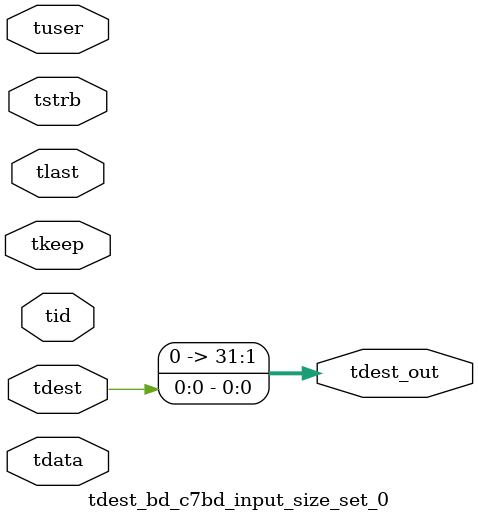
<source format=v>


`timescale 1ps/1ps

module tdest_bd_c7bd_input_size_set_0 #
(
parameter C_S_AXIS_TDATA_WIDTH = 32,
parameter C_S_AXIS_TUSER_WIDTH = 0,
parameter C_S_AXIS_TID_WIDTH   = 0,
parameter C_S_AXIS_TDEST_WIDTH = 0,
parameter C_M_AXIS_TDEST_WIDTH = 32
)
(
input  [(C_S_AXIS_TDATA_WIDTH == 0 ? 1 : C_S_AXIS_TDATA_WIDTH)-1:0     ] tdata,
input  [(C_S_AXIS_TUSER_WIDTH == 0 ? 1 : C_S_AXIS_TUSER_WIDTH)-1:0     ] tuser,
input  [(C_S_AXIS_TID_WIDTH   == 0 ? 1 : C_S_AXIS_TID_WIDTH)-1:0       ] tid,
input  [(C_S_AXIS_TDEST_WIDTH == 0 ? 1 : C_S_AXIS_TDEST_WIDTH)-1:0     ] tdest,
input  [(C_S_AXIS_TDATA_WIDTH/8)-1:0 ] tkeep,
input  [(C_S_AXIS_TDATA_WIDTH/8)-1:0 ] tstrb,
input                                                                    tlast,
output [C_M_AXIS_TDEST_WIDTH-1:0] tdest_out
);

assign tdest_out = {tdest[0:0]};

endmodule


</source>
